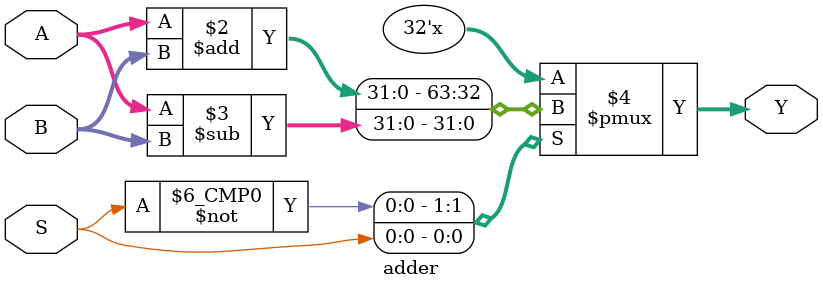
<source format=sv>

module adder (
  	input wire[31:0] A, 
  	input wire[31:0] B,
  	input wire S,
  	output reg[31:0] Y
);

  	always @(*)
    begin
      	case(S)
        	0 : Y = A+B;
        	1 : Y = A-B;
        endcase      
    end  
    
endmodule
</source>
